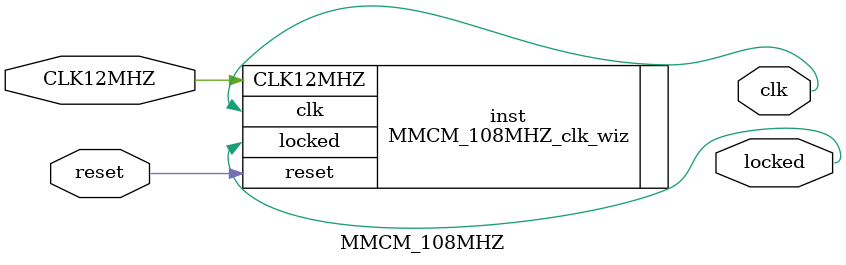
<source format=v>


`timescale 1ps/1ps

(* CORE_GENERATION_INFO = "MMCM_108MHZ,clk_wiz_v6_0_2_0_0,{component_name=MMCM_108MHZ,use_phase_alignment=true,use_min_o_jitter=false,use_max_i_jitter=false,use_dyn_phase_shift=false,use_inclk_switchover=false,use_dyn_reconfig=false,enable_axi=0,feedback_source=FDBK_AUTO,PRIMITIVE=MMCM,num_out_clk=1,clkin1_period=83.333,clkin2_period=10.0,use_power_down=false,use_reset=true,use_locked=true,use_inclk_stopped=false,feedback_type=SINGLE,CLOCK_MGR_TYPE=NA,manual_override=false}" *)

module MMCM_108MHZ 
 (
  // Clock out ports
  output        clk,
  // Status and control signals
  input         reset,
  output        locked,
 // Clock in ports
  input         CLK12MHZ
 );

  MMCM_108MHZ_clk_wiz inst
  (
  // Clock out ports  
  .clk(clk),
  // Status and control signals               
  .reset(reset), 
  .locked(locked),
 // Clock in ports
  .CLK12MHZ(CLK12MHZ)
  );

endmodule

</source>
